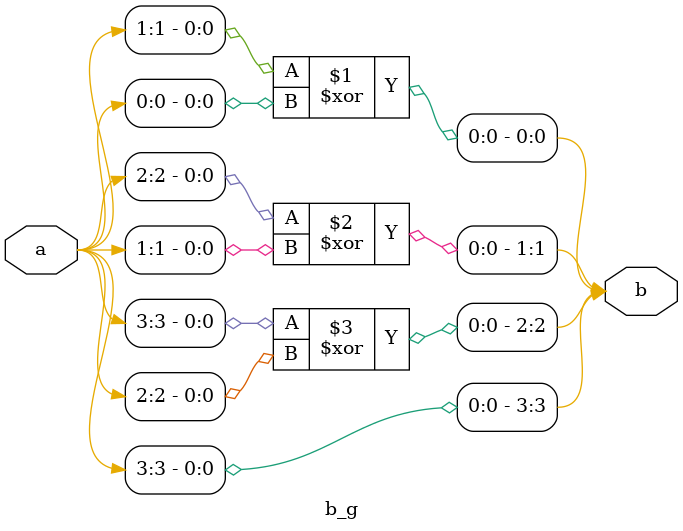
<source format=v>
module b_g(input [3:0]a,
           output [3:0]b);
  assign b={a[3],a[3]^a[2],a[2]^a[1],a[1]^a[0]};
endmodule

</source>
